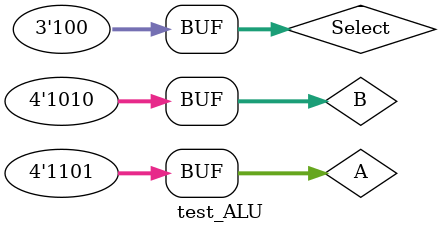
<source format=v>
`timescale 1ns / 1ps
`include "ALU.v"

module test_ALU;
    reg [3:0]A, B;
    reg [2:0]Select;
    wire [3:0]Out;
    wire Extra_Bit;

    initial 
        begin
            $dumpfile("test_ALU.vcd");
            $dumpvars(0, test_ALU);
            Select = 3'b000; A = 4'b0100; B = 4'b1001;
            #10 Select = 3'b001; A = 4'b1010; B = 4'b1100;
            #10 Select = 3'b001; A = 4'b1101; B = 4'b1101;
            #10 Select = 3'b010; A = 4'b1010; B = 4'b1110;
            #10 Select = 3'b011; A = 4'b0011; B = 4'b1010; 
            #10 Select = 3'b100; A = 4'b1101; B = 4'b1010;
            #10 Select = 3'b100; A = 4'b1101; B = 4'b1010;
        end
    
    ALU alu(A, B, Select, Out, Extra_Bit);
endmodule

</source>
